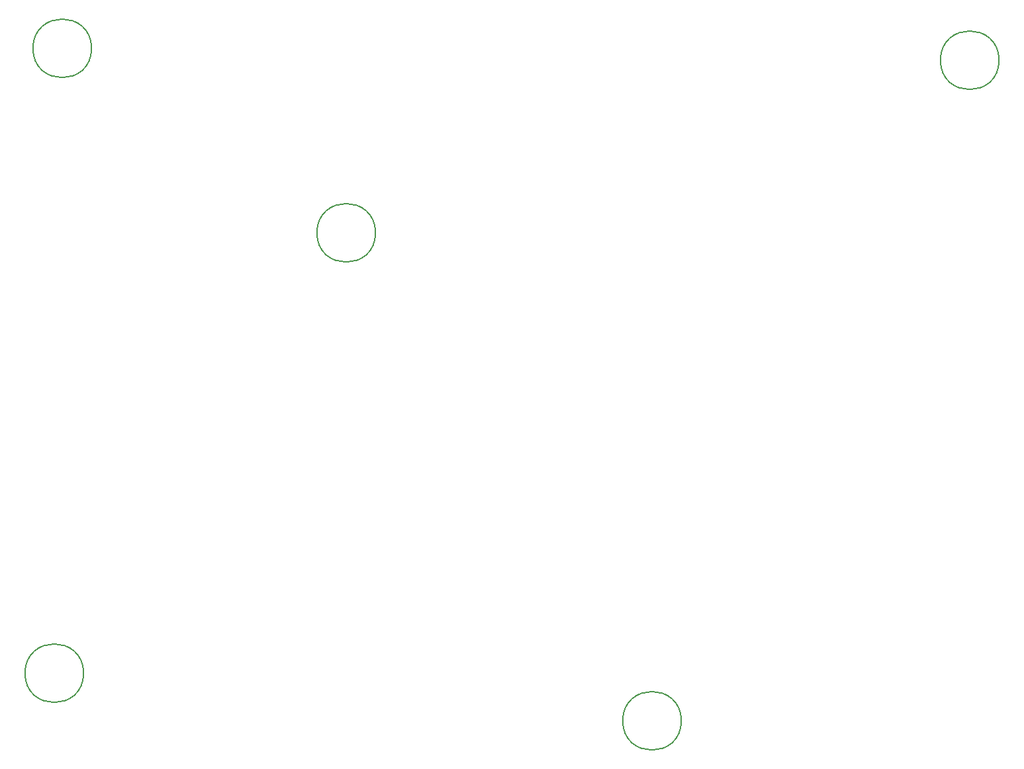
<source format=gbr>
%TF.GenerationSoftware,KiCad,Pcbnew,(6.0.10)*%
%TF.CreationDate,2023-04-24T22:32:33-04:00*%
%TF.ProjectId,waterwheel_synth_v2,77617465-7277-4686-9565-6c5f73796e74,rev?*%
%TF.SameCoordinates,Original*%
%TF.FileFunction,Other,Comment*%
%FSLAX46Y46*%
G04 Gerber Fmt 4.6, Leading zero omitted, Abs format (unit mm)*
G04 Created by KiCad (PCBNEW (6.0.10)) date 2023-04-24 22:32:33*
%MOMM*%
%LPD*%
G01*
G04 APERTURE LIST*
%ADD10C,0.150000*%
G04 APERTURE END LIST*
D10*
%TO.C,REF\u002A\u002A*%
X100270000Y-85598000D02*
G75*
G03*
X100270000Y-85598000I-3750000J0D01*
G01*
X62932000Y-141986000D02*
G75*
G03*
X62932000Y-141986000I-3750000J0D01*
G01*
X139386000Y-148082000D02*
G75*
G03*
X139386000Y-148082000I-3750000J0D01*
G01*
X180026000Y-63500000D02*
G75*
G03*
X180026000Y-63500000I-3750000J0D01*
G01*
X63948000Y-61976000D02*
G75*
G03*
X63948000Y-61976000I-3750000J0D01*
G01*
%TD*%
M02*

</source>
